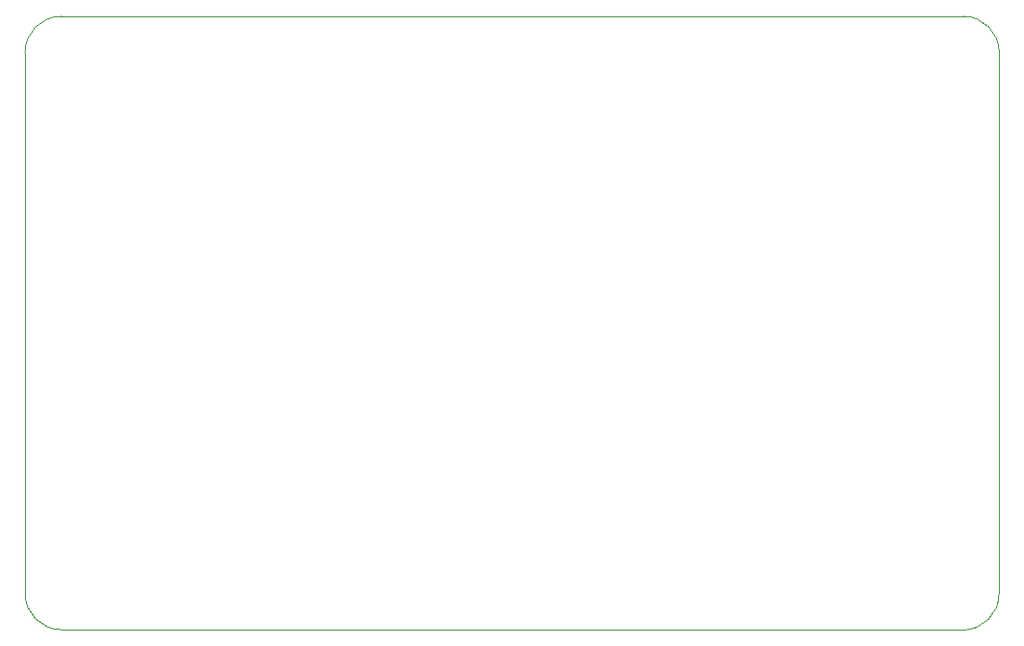
<source format=gbr>
%TF.GenerationSoftware,KiCad,Pcbnew,7.0.9*%
%TF.CreationDate,2024-01-20T20:31:14+09:00*%
%TF.ProjectId,cardsize_keyboad,63617264-7369-47a6-955f-6b6579626f61,rev?*%
%TF.SameCoordinates,PX34f3078PY5614798*%
%TF.FileFunction,Profile,NP*%
%FSLAX46Y46*%
G04 Gerber Fmt 4.6, Leading zero omitted, Abs format (unit mm)*
G04 Created by KiCad (PCBNEW 7.0.9) date 2024-01-20 20:31:14*
%MOMM*%
%LPD*%
G01*
G04 APERTURE LIST*
%TA.AperFunction,Profile*%
%ADD10C,0.100000*%
%TD*%
G04 APERTURE END LIST*
D10*
X-931400Y2248600D02*
G75*
G03*
X2248600Y-931400I3180000J0D01*
G01*
X81501400Y53021400D02*
X2228600Y53011400D01*
X2228600Y53011400D02*
G75*
G03*
X-951400Y49831400I0J-3180000D01*
G01*
X84681400Y49841400D02*
X84661400Y2218600D01*
X-931400Y2248600D02*
X-951400Y49831400D01*
X84681400Y49841400D02*
G75*
G03*
X81501400Y53021400I-3180000J0D01*
G01*
X81481400Y-961400D02*
G75*
G03*
X84661400Y2218600I0J3180000D01*
G01*
X81481400Y-961400D02*
X2248600Y-931400D01*
M02*

</source>
